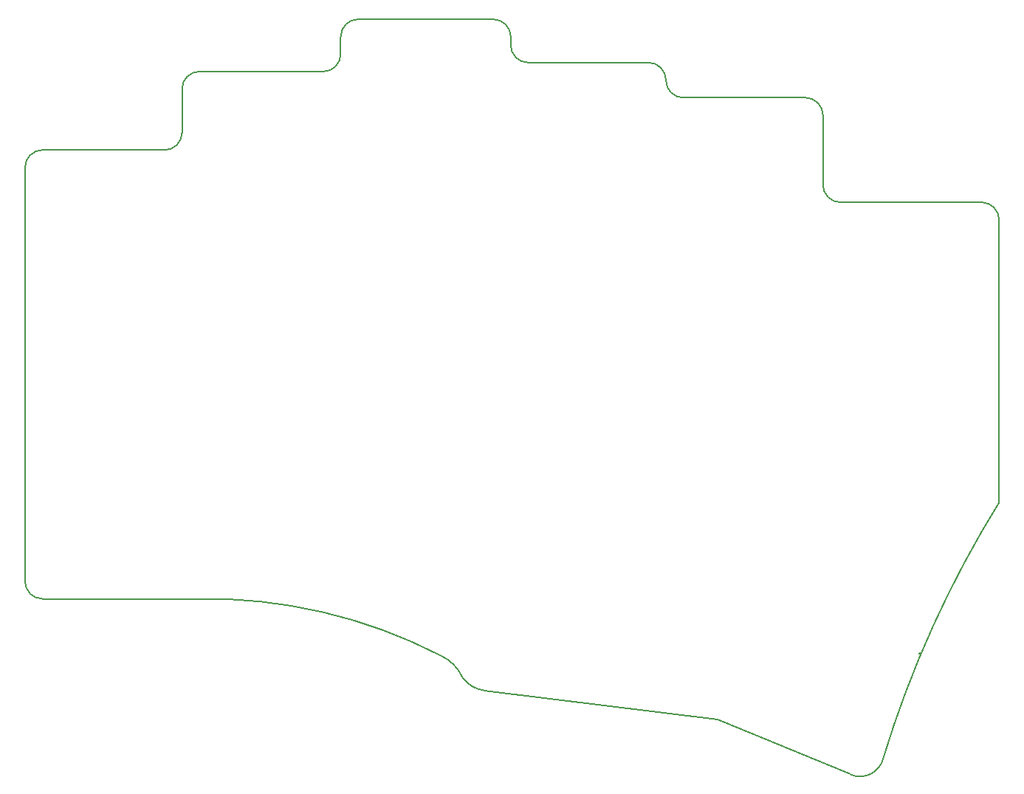
<source format=gbr>
%TF.GenerationSoftware,KiCad,Pcbnew,(6.0.8)*%
%TF.CreationDate,2022-12-27T02:43:28+02:00*%
%TF.ProjectId,lazy_ferris-rounded_final,6c617a79-5f66-4657-9272-69732d726f75,v1.0.0*%
%TF.SameCoordinates,Original*%
%TF.FileFunction,Profile,NP*%
%FSLAX46Y46*%
G04 Gerber Fmt 4.6, Leading zero omitted, Abs format (unit mm)*
G04 Created by KiCad (PCBNEW (6.0.8)) date 2022-12-27 02:43:28*
%MOMM*%
%LPD*%
G01*
G04 APERTURE LIST*
%TA.AperFunction,Profile*%
%ADD10C,0.150000*%
%TD*%
G04 APERTURE END LIST*
D10*
X58420000Y-17780000D02*
G75*
G03*
X55880000Y-15240000I-4575200J-2035200D01*
G01*
X58420000Y-17780000D02*
G75*
G03*
X60960000Y-19271986I2976417J2159061D01*
G01*
X26250000Y44750000D02*
X26250000Y49750000D01*
X119950000Y2289058D02*
G75*
G03*
X106680000Y-27000000I105437892J-65421419D01*
G01*
X99750000Y38750000D02*
X99750000Y46750000D01*
X81750000Y50750000D02*
G75*
G03*
X83750000Y48750000I2000000J0D01*
G01*
X110867648Y-14928273D02*
G75*
G03*
X110785784Y-15101849I1765852J-938927D01*
G01*
X65950000Y52775000D02*
X79750000Y52775000D01*
X119950000Y2289058D02*
X119950000Y34750000D01*
X99750000Y38750000D02*
G75*
G03*
X101750000Y36750000I2000000J0D01*
G01*
X101750000Y36750000D02*
X117950000Y36750000D01*
X42450000Y51750000D02*
G75*
G03*
X44450000Y53750000I0J2000000D01*
G01*
X46450000Y57750000D02*
X61950000Y57750000D01*
X60960000Y-19271986D02*
X87662489Y-22583591D01*
X24250000Y42750000D02*
G75*
G03*
X26250000Y44750000I0J2000000D01*
G01*
X10250000Y42750000D02*
X24250000Y42750000D01*
X44450000Y53750000D02*
X44450000Y55750000D01*
X81750000Y50775000D02*
X81750000Y50750000D01*
X63950000Y55750000D02*
G75*
G03*
X61950000Y57750000I-2000000J0D01*
G01*
X8250000Y-6750000D02*
X8250000Y40750000D01*
X87662489Y-22583591D02*
X102906502Y-28897868D01*
X81750000Y50775000D02*
G75*
G03*
X79750000Y52775000I-2000000J0D01*
G01*
X99750000Y46750000D02*
G75*
G03*
X97750000Y48750000I-2000000J0D01*
G01*
X46450000Y57750000D02*
G75*
G03*
X44450000Y55750000I0J-2000000D01*
G01*
X83750000Y48750000D02*
X97750000Y48750000D01*
X28250000Y51750000D02*
X42450000Y51750000D01*
X102906502Y-28897868D02*
G75*
G03*
X106680000Y-27000000I1108672J2495972D01*
G01*
X8250000Y-6750000D02*
G75*
G03*
X10250000Y-8750000I2000000J0D01*
G01*
X28250000Y51750000D02*
G75*
G03*
X26250000Y49750000I0J-2000000D01*
G01*
X10250000Y42750000D02*
G75*
G03*
X8250000Y40750000I0J-2000000D01*
G01*
X55880000Y-15240000D02*
G75*
G03*
X27940000Y-8750000I-26792858J-51958490D01*
G01*
X63950000Y55750000D02*
X63950000Y54775000D01*
X119950000Y34750000D02*
G75*
G03*
X117950000Y36750000I-2000000J0D01*
G01*
X10250000Y-8750000D02*
X27940000Y-8750000D01*
X63950000Y54775000D02*
G75*
G03*
X65950000Y52775000I2000000J0D01*
G01*
M02*

</source>
